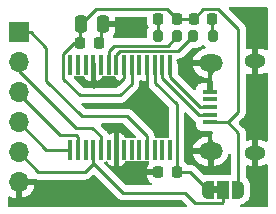
<source format=gbr>
%TF.GenerationSoftware,KiCad,Pcbnew,(5.99.0-10766-geeb405c196)*%
%TF.CreationDate,2021-06-27T17:30:59+04:00*%
%TF.ProjectId,FTDI_Basic_Breakout-3.3V,46544449-5f42-4617-9369-635f42726561,rev?*%
%TF.SameCoordinates,Original*%
%TF.FileFunction,Copper,L1,Top*%
%TF.FilePolarity,Positive*%
%FSLAX46Y46*%
G04 Gerber Fmt 4.6, Leading zero omitted, Abs format (unit mm)*
G04 Created by KiCad (PCBNEW (5.99.0-10766-geeb405c196)) date 2021-06-27 17:30:59*
%MOMM*%
%LPD*%
G01*
G04 APERTURE LIST*
G04 Aperture macros list*
%AMRoundRect*
0 Rectangle with rounded corners*
0 $1 Rounding radius*
0 $2 $3 $4 $5 $6 $7 $8 $9 X,Y pos of 4 corners*
0 Add a 4 corners polygon primitive as box body*
4,1,4,$2,$3,$4,$5,$6,$7,$8,$9,$2,$3,0*
0 Add four circle primitives for the rounded corners*
1,1,$1+$1,$2,$3*
1,1,$1+$1,$4,$5*
1,1,$1+$1,$6,$7*
1,1,$1+$1,$8,$9*
0 Add four rect primitives between the rounded corners*
20,1,$1+$1,$2,$3,$4,$5,0*
20,1,$1+$1,$4,$5,$6,$7,0*
20,1,$1+$1,$6,$7,$8,$9,0*
20,1,$1+$1,$8,$9,$2,$3,0*%
%AMFreePoly0*
4,1,22,0.550000,-0.750000,0.000000,-0.750000,0.000000,-0.745033,-0.079941,-0.743568,-0.215256,-0.701293,-0.333266,-0.622738,-0.424486,-0.514219,-0.481581,-0.384460,-0.499164,-0.250000,-0.500000,-0.250000,-0.500000,0.250000,-0.499164,0.250000,-0.499963,0.256109,-0.478152,0.396186,-0.417904,0.524511,-0.324060,0.630769,-0.204165,0.706417,-0.067858,0.745374,0.000000,0.744959,0.000000,0.750000,
0.550000,0.750000,0.550000,-0.750000,0.550000,-0.750000,$1*%
%AMFreePoly1*
4,1,20,0.000000,0.744959,0.073905,0.744508,0.209726,0.703889,0.328688,0.626782,0.421226,0.519385,0.479903,0.390333,0.500000,0.250000,0.500000,-0.250000,0.499851,-0.262216,0.476331,-0.402017,0.414519,-0.529596,0.319384,-0.634700,0.198574,-0.708877,0.061801,-0.746166,0.000000,-0.745033,0.000000,-0.750000,-0.550000,-0.750000,-0.550000,0.750000,0.000000,0.750000,0.000000,0.744959,
0.000000,0.744959,$1*%
G04 Aperture macros list end*
%TA.AperFunction,ComponentPad*%
%ADD10R,1.700000X1.700000*%
%TD*%
%TA.AperFunction,ComponentPad*%
%ADD11O,1.700000X1.700000*%
%TD*%
%TA.AperFunction,SMDPad,CuDef*%
%ADD12R,0.450000X1.750000*%
%TD*%
%TA.AperFunction,SMDPad,CuDef*%
%ADD13R,1.300000X0.450000*%
%TD*%
%TA.AperFunction,ComponentPad*%
%ADD14O,2.000000X1.450000*%
%TD*%
%TA.AperFunction,ComponentPad*%
%ADD15O,1.800000X1.150000*%
%TD*%
%TA.AperFunction,SMDPad,CuDef*%
%ADD16RoundRect,0.200000X-0.200000X-0.275000X0.200000X-0.275000X0.200000X0.275000X-0.200000X0.275000X0*%
%TD*%
%TA.AperFunction,SMDPad,CuDef*%
%ADD17RoundRect,0.250000X-0.250000X-0.475000X0.250000X-0.475000X0.250000X0.475000X-0.250000X0.475000X0*%
%TD*%
%TA.AperFunction,SMDPad,CuDef*%
%ADD18RoundRect,0.225000X-0.225000X-0.250000X0.225000X-0.250000X0.225000X0.250000X-0.225000X0.250000X0*%
%TD*%
%TA.AperFunction,SMDPad,CuDef*%
%ADD19FreePoly0,0.000000*%
%TD*%
%TA.AperFunction,SMDPad,CuDef*%
%ADD20R,1.000000X1.500000*%
%TD*%
%TA.AperFunction,SMDPad,CuDef*%
%ADD21FreePoly1,0.000000*%
%TD*%
%TA.AperFunction,SMDPad,CuDef*%
%ADD22RoundRect,0.200000X0.200000X0.275000X-0.200000X0.275000X-0.200000X-0.275000X0.200000X-0.275000X0*%
%TD*%
%TA.AperFunction,SMDPad,CuDef*%
%ADD23RoundRect,0.218750X-0.218750X-0.256250X0.218750X-0.256250X0.218750X0.256250X-0.218750X0.256250X0*%
%TD*%
%TA.AperFunction,SMDPad,CuDef*%
%ADD24RoundRect,0.218750X0.218750X0.256250X-0.218750X0.256250X-0.218750X-0.256250X0.218750X-0.256250X0*%
%TD*%
%TA.AperFunction,ViaPad*%
%ADD25C,0.800000*%
%TD*%
%TA.AperFunction,Conductor*%
%ADD26C,0.250000*%
%TD*%
G04 APERTURE END LIST*
%TO.C,JP1*%
G36*
X138300000Y-108300000D02*
G01*
X137800000Y-108300000D01*
X137800000Y-107700000D01*
X138300000Y-107700000D01*
X138300000Y-108300000D01*
G37*
%TD*%
D10*
%TO.P,J2,1,Pin_1*%
%TO.N,/CTS*%
X121400000Y-94675000D03*
D11*
%TO.P,J2,2,Pin_2*%
%TO.N,/RX*%
X121400000Y-97215000D03*
%TO.P,J2,3,Pin_3*%
%TO.N,/DTR*%
X121400000Y-99755000D03*
%TO.P,J2,4,Pin_4*%
%TO.N,/TX*%
X121400000Y-102295000D03*
%TO.P,J2,5,Pin_5*%
%TO.N,/VCCIO*%
X121400000Y-104835000D03*
%TO.P,J2,6,Pin_6*%
%TO.N,GND*%
X121400000Y-107375000D03*
%TD*%
D12*
%TO.P,U1,1,TXD*%
%TO.N,/TX*%
X125775000Y-104600000D03*
%TO.P,U1,2,DTR*%
%TO.N,/DTR*%
X126425000Y-104600000D03*
%TO.P,U1,3,RTS*%
%TO.N,unconnected-(U1-Pad3)*%
X127075000Y-104600000D03*
%TO.P,U1,4,VCCIO*%
%TO.N,/VCCIO*%
X127725000Y-104600000D03*
%TO.P,U1,5,RXD*%
%TO.N,/RX*%
X128375000Y-104600000D03*
%TO.P,U1,6,RI*%
%TO.N,unconnected-(U1-Pad6)*%
X129025000Y-104600000D03*
%TO.P,U1,7,GND*%
%TO.N,GND*%
X129675000Y-104600000D03*
%TO.P,U1,8*%
%TO.N,N/C*%
X130325000Y-104600000D03*
%TO.P,U1,9,DCR*%
%TO.N,unconnected-(U1-Pad9)*%
X130975000Y-104600000D03*
%TO.P,U1,10,DCD*%
%TO.N,unconnected-(U1-Pad10)*%
X131625000Y-104600000D03*
%TO.P,U1,11,CTS*%
%TO.N,/CTS*%
X132275000Y-104600000D03*
%TO.P,U1,12,CBUS4*%
%TO.N,unconnected-(U1-Pad12)*%
X132925000Y-104600000D03*
%TO.P,U1,13,CBUS2*%
%TO.N,unconnected-(U1-Pad13)*%
X133575000Y-104600000D03*
%TO.P,U1,14,CBUS3*%
%TO.N,unconnected-(U1-Pad14)*%
X134225000Y-104600000D03*
%TO.P,U1,15,USBD+*%
%TO.N,Net-(J1-Pad3)*%
X134225000Y-97400000D03*
%TO.P,U1,16,USBD-*%
%TO.N,Net-(J1-Pad2)*%
X133575000Y-97400000D03*
%TO.P,U1,17,3V3OUT*%
%TO.N,+3V3*%
X132925000Y-97400000D03*
%TO.P,U1,18,GND*%
%TO.N,GND*%
X132275000Y-97400000D03*
%TO.P,U1,19,~RESET~*%
%TO.N,unconnected-(U1-Pad19)*%
X131625000Y-97400000D03*
%TO.P,U1,20,VCC*%
%TO.N,+5V*%
X130975000Y-97400000D03*
%TO.P,U1,21,GND*%
%TO.N,GND*%
X130325000Y-97400000D03*
%TO.P,U1,22,CBUS1*%
%TO.N,/RX_LED*%
X129675000Y-97400000D03*
%TO.P,U1,23,CBUS0*%
%TO.N,/TX_LED*%
X129025000Y-97400000D03*
%TO.P,U1,24*%
%TO.N,N/C*%
X128375000Y-97400000D03*
%TO.P,U1,25,AGND*%
%TO.N,GND*%
X127725000Y-97400000D03*
%TO.P,U1,26,TEST*%
%TO.N,unconnected-(U1-Pad26)*%
X127075000Y-97400000D03*
%TO.P,U1,27,OSCI*%
%TO.N,unconnected-(U1-Pad27)*%
X126425000Y-97400000D03*
%TO.P,U1,28,OSCO*%
%TO.N,unconnected-(U1-Pad28)*%
X125775000Y-97400000D03*
%TD*%
D13*
%TO.P,J1,1,VBUS*%
%TO.N,+5V*%
X137600000Y-102300000D03*
%TO.P,J1,2,D-*%
%TO.N,Net-(J1-Pad2)*%
X137600000Y-101650000D03*
%TO.P,J1,3,D+*%
%TO.N,Net-(J1-Pad3)*%
X137600000Y-101000000D03*
%TO.P,J1,4,ID*%
%TO.N,unconnected-(J1-Pad4)*%
X137600000Y-100350000D03*
%TO.P,J1,5,GND*%
%TO.N,GND*%
X137600000Y-99700000D03*
D14*
%TO.P,J1,6,Shield*%
X137650000Y-97275000D03*
X137650000Y-104725000D03*
D15*
X141450000Y-104875000D03*
X141450000Y-97125000D03*
%TD*%
D16*
%TO.P,R2,1*%
%TO.N,/RX_LED*%
X136175000Y-95000000D03*
%TO.P,R2,2*%
%TO.N,Net-(D2-Pad1)*%
X137825000Y-95000000D03*
%TD*%
D17*
%TO.P,C2,1*%
%TO.N,+5V*%
X126650000Y-94000000D03*
%TO.P,C2,2*%
%TO.N,GND*%
X128550000Y-94000000D03*
%TD*%
D18*
%TO.P,C3,1*%
%TO.N,GND*%
X133225000Y-106500000D03*
%TO.P,C3,2*%
%TO.N,+3V3*%
X134775000Y-106500000D03*
%TD*%
D19*
%TO.P,JP1,1,A*%
%TO.N,+3V3*%
X137400000Y-108000000D03*
D20*
%TO.P,JP1,2,C*%
%TO.N,/VCCIO*%
X138700000Y-108000000D03*
D21*
%TO.P,JP1,3,B*%
%TO.N,+5V*%
X140000000Y-108000000D03*
%TD*%
D22*
%TO.P,R1,1*%
%TO.N,/TX_LED*%
X134825000Y-95000000D03*
%TO.P,R1,2*%
%TO.N,Net-(D1-Pad1)*%
X133175000Y-95000000D03*
%TD*%
D23*
%TO.P,D1,1,K*%
%TO.N,Net-(D1-Pad1)*%
X133212500Y-93500000D03*
%TO.P,D1,2,A*%
%TO.N,+5V*%
X134787500Y-93500000D03*
%TD*%
D18*
%TO.P,C1,1*%
%TO.N,+5V*%
X126625000Y-95600000D03*
%TO.P,C1,2*%
%TO.N,GND*%
X128175000Y-95600000D03*
%TD*%
D24*
%TO.P,D2,1,K*%
%TO.N,Net-(D2-Pad1)*%
X137787500Y-93500000D03*
%TO.P,D2,2,A*%
%TO.N,+5V*%
X136212500Y-93500000D03*
%TD*%
D25*
%TO.N,GND*%
X130200000Y-94000000D03*
X132200000Y-100400000D03*
X127800000Y-99000000D03*
X131250000Y-106500000D03*
%TD*%
D26*
%TO.N,+5V*%
X137012020Y-92700480D02*
X136212500Y-93500000D01*
X140000000Y-94400000D02*
X138300480Y-92700480D01*
X138300480Y-92700480D02*
X137012020Y-92700480D01*
X140000000Y-101400000D02*
X140000000Y-94400000D01*
X139100000Y-102300000D02*
X140000000Y-101400000D01*
X140000000Y-103200000D02*
X140000000Y-108000000D01*
X139100000Y-102300000D02*
X140000000Y-103200000D01*
X138500000Y-102300000D02*
X139100000Y-102300000D01*
%TO.N,GND*%
X128400000Y-94150000D02*
X128550000Y-94000000D01*
X128400000Y-95375000D02*
X128400000Y-94150000D01*
X128175000Y-95600000D02*
X128400000Y-95375000D01*
X128550000Y-94000000D02*
X130200000Y-94000000D01*
%TO.N,+5V*%
X130000000Y-100000000D02*
X130975000Y-99025000D01*
X126600000Y-100000000D02*
X130000000Y-100000000D01*
X125200000Y-98600000D02*
X126600000Y-100000000D01*
X125200000Y-96470880D02*
X125200000Y-98600000D01*
X126070880Y-95600000D02*
X125200000Y-96470880D01*
X126625000Y-95600000D02*
X126070880Y-95600000D01*
X130975000Y-99025000D02*
X130975000Y-97400000D01*
X126625000Y-94025000D02*
X126650000Y-94000000D01*
X126625000Y-95600000D02*
X126625000Y-94025000D01*
X133987980Y-92700480D02*
X127949520Y-92700480D01*
X134787500Y-93500000D02*
X133987980Y-92700480D01*
X127949520Y-92700480D02*
X126650000Y-94000000D01*
%TO.N,GND*%
X127725000Y-98925000D02*
X127800000Y-99000000D01*
X127725000Y-97400000D02*
X127725000Y-98925000D01*
X129850000Y-99000000D02*
X127800000Y-99000000D01*
X130325000Y-98525000D02*
X129850000Y-99000000D01*
X130325000Y-97400000D02*
X130325000Y-98525000D01*
X132275000Y-100325000D02*
X132200000Y-100400000D01*
X132275000Y-97400000D02*
X132275000Y-100325000D01*
%TO.N,+5V*%
X137600000Y-102300000D02*
X138500000Y-102300000D01*
X134787500Y-93500000D02*
X136212500Y-93500000D01*
%TO.N,/RX_LED*%
X134925000Y-96250000D02*
X136175000Y-95000000D01*
X129970880Y-96250000D02*
X134925000Y-96250000D01*
X129675000Y-96545880D02*
X129970880Y-96250000D01*
X129675000Y-97400000D02*
X129675000Y-96545880D01*
%TO.N,/TX_LED*%
X129025000Y-96275000D02*
X129025000Y-97400000D01*
X134025480Y-95799520D02*
X129500480Y-95799520D01*
X129500480Y-95799520D02*
X129025000Y-96275000D01*
X134825000Y-95000000D02*
X134025480Y-95799520D01*
%TO.N,Net-(D2-Pad1)*%
X137787500Y-94962500D02*
X137825000Y-95000000D01*
X137787500Y-93500000D02*
X137787500Y-94962500D01*
%TO.N,Net-(D1-Pad1)*%
X133212500Y-94962500D02*
X133175000Y-95000000D01*
X133212500Y-93500000D02*
X133212500Y-94962500D01*
%TO.N,GND*%
X130000000Y-106500000D02*
X131250000Y-106500000D01*
X129675000Y-106175000D02*
X130000000Y-106500000D01*
X129675000Y-104600000D02*
X129675000Y-106175000D01*
%TO.N,/CTS*%
X123750000Y-96000000D02*
X123750000Y-98750000D01*
X122425000Y-94675000D02*
X123750000Y-96000000D01*
X126750000Y-101750000D02*
X130550000Y-101750000D01*
X121400000Y-94675000D02*
X122425000Y-94675000D01*
X123750000Y-98750000D02*
X126750000Y-101750000D01*
X130550000Y-101750000D02*
X131050000Y-102250000D01*
%TO.N,/RX*%
X128375000Y-103475000D02*
X128375000Y-104600000D01*
X126250000Y-102750000D02*
X127650000Y-102750000D01*
X127650000Y-102750000D02*
X128375000Y-103475000D01*
X121400000Y-97900000D02*
X126250000Y-102750000D01*
X121400000Y-97215000D02*
X121400000Y-97900000D01*
%TO.N,/DTR*%
X121400000Y-99900000D02*
X121400000Y-99755000D01*
X126259609Y-103400489D02*
X124900489Y-103400489D01*
X126425000Y-103565880D02*
X126259609Y-103400489D01*
X124900489Y-103400489D02*
X121400000Y-99900000D01*
X126425000Y-104600000D02*
X126425000Y-103565880D01*
%TO.N,/CTS*%
X132275000Y-103475000D02*
X131050000Y-102250000D01*
X132275000Y-104600000D02*
X132275000Y-103475000D01*
%TO.N,/TX*%
X123705000Y-104600000D02*
X121400000Y-102295000D01*
X125775000Y-104600000D02*
X123705000Y-104600000D01*
%TO.N,/VCCIO*%
X127725000Y-105775000D02*
X127725000Y-105725000D01*
X127000000Y-106500000D02*
X127725000Y-105775000D01*
X121400000Y-104835000D02*
X123065000Y-106500000D01*
X123065000Y-106500000D02*
X127000000Y-106500000D01*
X130250000Y-108250000D02*
X127725000Y-105725000D01*
X136325648Y-109075648D02*
X135500000Y-108250000D01*
X135500000Y-108250000D02*
X130250000Y-108250000D01*
X138700000Y-109000000D02*
X138624352Y-109075648D01*
X138700000Y-108000000D02*
X138700000Y-109000000D01*
X127725000Y-105725000D02*
X127725000Y-104600000D01*
X138624352Y-109075648D02*
X136325648Y-109075648D01*
%TO.N,+3V3*%
X134775000Y-100775000D02*
X132925000Y-98925000D01*
X134775000Y-106500000D02*
X134775000Y-100775000D01*
X132925000Y-98925000D02*
X132925000Y-97400000D01*
X135900000Y-106500000D02*
X134775000Y-106500000D01*
X137400000Y-108000000D02*
X135900000Y-106500000D01*
%TO.N,Net-(J1-Pad2)*%
X133575000Y-98525000D02*
X133575000Y-97400000D01*
X137600000Y-101650000D02*
X136700000Y-101650000D01*
%TO.N,Net-(J1-Pad3)*%
X134225000Y-98448416D02*
X134225000Y-97400000D01*
%TO.N,Net-(J1-Pad2)*%
X136700000Y-101650000D02*
X133575000Y-98525000D01*
%TO.N,Net-(J1-Pad3)*%
X136776584Y-101000000D02*
X134225000Y-98448416D01*
X137600000Y-101000000D02*
X136776584Y-101000000D01*
%TD*%
%TA.AperFunction,Conductor*%
%TO.N,GND*%
G36*
X142434121Y-92528002D02*
G01*
X142480614Y-92581658D01*
X142492000Y-92634000D01*
X142492000Y-96067382D01*
X142471998Y-96135503D01*
X142418342Y-96181996D01*
X142348068Y-96192100D01*
X142297652Y-96173233D01*
X142280744Y-96162315D01*
X142270128Y-96156813D01*
X142089568Y-96084044D01*
X142078127Y-96080655D01*
X141885618Y-96043062D01*
X141877183Y-96042037D01*
X141875672Y-96042000D01*
X141722115Y-96042000D01*
X141706876Y-96046475D01*
X141705671Y-96047865D01*
X141704000Y-96055548D01*
X141704000Y-98189885D01*
X141708475Y-98205124D01*
X141709865Y-98206329D01*
X141717548Y-98208000D01*
X141824413Y-98208000D01*
X141830390Y-98207715D01*
X141974759Y-98193941D01*
X141986493Y-98191682D01*
X142173300Y-98136879D01*
X142184376Y-98132449D01*
X142308308Y-98068620D01*
X142378027Y-98055211D01*
X142443927Y-98081624D01*
X142485087Y-98139473D01*
X142492000Y-98180636D01*
X142492000Y-103817382D01*
X142471998Y-103885503D01*
X142418342Y-103931996D01*
X142348068Y-103942100D01*
X142297652Y-103923233D01*
X142280744Y-103912315D01*
X142270128Y-103906813D01*
X142089568Y-103834044D01*
X142078127Y-103830655D01*
X141885618Y-103793062D01*
X141877183Y-103792037D01*
X141875672Y-103792000D01*
X141722115Y-103792000D01*
X141706876Y-103796475D01*
X141705671Y-103797865D01*
X141704000Y-103805548D01*
X141704000Y-105939885D01*
X141708475Y-105955124D01*
X141709865Y-105956329D01*
X141717548Y-105958000D01*
X141824413Y-105958000D01*
X141830390Y-105957715D01*
X141974759Y-105943941D01*
X141986493Y-105941682D01*
X142173300Y-105886879D01*
X142184376Y-105882449D01*
X142308308Y-105818620D01*
X142378027Y-105805211D01*
X142443927Y-105831624D01*
X142485087Y-105889473D01*
X142492000Y-105930636D01*
X142492000Y-109366000D01*
X142471998Y-109434121D01*
X142418342Y-109480614D01*
X142366000Y-109492000D01*
X140238365Y-109492000D01*
X140170244Y-109471998D01*
X140123751Y-109418342D01*
X140113647Y-109348068D01*
X140143141Y-109283488D01*
X140205223Y-109244437D01*
X140234884Y-109236350D01*
X140335628Y-109208884D01*
X140416833Y-109173743D01*
X140465129Y-109152844D01*
X140465132Y-109152842D01*
X140469244Y-109151063D01*
X140591262Y-109076144D01*
X140594707Y-109073284D01*
X140594711Y-109073281D01*
X140699835Y-108986005D01*
X140699838Y-108986002D01*
X140703283Y-108983142D01*
X140799369Y-108876987D01*
X140801874Y-108873273D01*
X140801878Y-108873268D01*
X140878274Y-108760006D01*
X140878277Y-108760001D01*
X140880782Y-108756287D01*
X140892441Y-108732224D01*
X140941256Y-108631469D01*
X140943212Y-108627432D01*
X140944573Y-108623168D01*
X140944576Y-108623160D01*
X140986114Y-108493005D01*
X140986115Y-108493001D01*
X140987478Y-108488730D01*
X141011233Y-108347531D01*
X141018311Y-108268622D01*
X141018462Y-108256284D01*
X141013766Y-108184148D01*
X141013500Y-108175963D01*
X141013500Y-107827896D01*
X141014004Y-107816639D01*
X141018093Y-107771052D01*
X141018311Y-107768622D01*
X141018462Y-107756284D01*
X141013314Y-107677205D01*
X140993016Y-107535468D01*
X140952151Y-107395723D01*
X140925134Y-107336304D01*
X140894742Y-107269460D01*
X140894740Y-107269456D01*
X140892887Y-107265381D01*
X140871777Y-107232371D01*
X140816865Y-107146508D01*
X140814449Y-107142730D01*
X140720985Y-107034259D01*
X140676669Y-106995600D01*
X140638486Y-106935747D01*
X140633500Y-106900652D01*
X140633500Y-106031277D01*
X140653502Y-105963156D01*
X140707158Y-105916663D01*
X140777432Y-105906559D01*
X140806593Y-105914409D01*
X140810422Y-105915952D01*
X140821880Y-105919346D01*
X141014382Y-105956938D01*
X141022817Y-105957963D01*
X141024328Y-105958000D01*
X141177885Y-105958000D01*
X141193124Y-105953525D01*
X141194329Y-105952135D01*
X141196000Y-105944452D01*
X141196000Y-103810115D01*
X141191525Y-103794876D01*
X141190135Y-103793671D01*
X141182452Y-103792000D01*
X141075587Y-103792000D01*
X141069610Y-103792285D01*
X140925241Y-103806059D01*
X140913507Y-103808318D01*
X140794969Y-103843093D01*
X140723973Y-103843076D01*
X140664256Y-103804678D01*
X140634778Y-103740090D01*
X140633500Y-103722188D01*
X140633500Y-103278383D01*
X140634014Y-103267479D01*
X140635666Y-103260088D01*
X140634926Y-103236523D01*
X140633562Y-103193134D01*
X140633500Y-103189176D01*
X140633500Y-103160422D01*
X140632961Y-103156155D01*
X140632027Y-103144305D01*
X140630888Y-103108040D01*
X140630639Y-103100117D01*
X140624988Y-103080666D01*
X140620978Y-103061304D01*
X140619433Y-103049073D01*
X140618440Y-103041212D01*
X140604573Y-103006187D01*
X140602166Y-103000108D01*
X140598321Y-102988878D01*
X140588198Y-102954034D01*
X140588197Y-102954032D01*
X140585986Y-102946421D01*
X140575677Y-102928989D01*
X140566980Y-102911236D01*
X140562442Y-102899775D01*
X140559522Y-102892400D01*
X140533531Y-102856626D01*
X140527016Y-102846707D01*
X140507529Y-102813758D01*
X140507527Y-102813755D01*
X140504513Y-102808659D01*
X140504145Y-102808241D01*
X140490062Y-102794158D01*
X140477228Y-102779133D01*
X140465446Y-102762917D01*
X140431664Y-102734970D01*
X140422885Y-102726981D01*
X140084999Y-102389095D01*
X140050973Y-102326783D01*
X140056038Y-102255968D01*
X140084999Y-102210905D01*
X140392513Y-101903391D01*
X140400601Y-101896031D01*
X140406995Y-101891973D01*
X140452870Y-101843121D01*
X140455624Y-101840280D01*
X140475938Y-101819966D01*
X140478583Y-101816555D01*
X140486289Y-101807533D01*
X140511133Y-101781077D01*
X140516557Y-101775301D01*
X140520376Y-101768355D01*
X140526318Y-101757547D01*
X140537172Y-101741023D01*
X140544725Y-101731286D01*
X140544725Y-101731285D01*
X140549583Y-101725023D01*
X140567142Y-101684447D01*
X140572363Y-101673790D01*
X140576371Y-101666500D01*
X140593662Y-101635048D01*
X140595635Y-101627364D01*
X140598699Y-101615432D01*
X140605103Y-101596728D01*
X140609999Y-101585415D01*
X140610001Y-101585408D01*
X140613148Y-101578136D01*
X140616096Y-101559527D01*
X140620065Y-101534465D01*
X140622472Y-101522844D01*
X140631987Y-101485782D01*
X140631987Y-101485781D01*
X140633465Y-101480025D01*
X140633500Y-101479469D01*
X140633500Y-101459548D01*
X140635051Y-101439838D01*
X140636944Y-101427886D01*
X140636944Y-101427885D01*
X140638184Y-101420056D01*
X140634059Y-101376417D01*
X140633500Y-101364560D01*
X140633500Y-98281277D01*
X140653502Y-98213156D01*
X140707158Y-98166663D01*
X140777432Y-98156559D01*
X140806593Y-98164409D01*
X140810422Y-98165952D01*
X140821880Y-98169346D01*
X141014382Y-98206938D01*
X141022817Y-98207963D01*
X141024328Y-98208000D01*
X141177885Y-98208000D01*
X141193124Y-98203525D01*
X141194329Y-98202135D01*
X141196000Y-98194452D01*
X141196000Y-96060115D01*
X141191525Y-96044876D01*
X141190135Y-96043671D01*
X141182452Y-96042000D01*
X141075587Y-96042000D01*
X141069610Y-96042285D01*
X140925241Y-96056059D01*
X140913507Y-96058318D01*
X140794969Y-96093093D01*
X140723973Y-96093076D01*
X140664256Y-96054678D01*
X140634778Y-95990090D01*
X140633500Y-95972188D01*
X140633500Y-94478383D01*
X140634014Y-94467479D01*
X140635666Y-94460088D01*
X140633562Y-94393134D01*
X140633500Y-94389176D01*
X140633500Y-94360422D01*
X140632961Y-94356155D01*
X140632027Y-94344305D01*
X140630888Y-94308040D01*
X140630639Y-94300117D01*
X140624988Y-94280666D01*
X140620978Y-94261304D01*
X140620267Y-94255671D01*
X140618440Y-94241212D01*
X140602166Y-94200108D01*
X140598321Y-94188878D01*
X140588198Y-94154034D01*
X140588197Y-94154032D01*
X140585986Y-94146421D01*
X140575677Y-94128989D01*
X140566980Y-94111236D01*
X140562442Y-94099775D01*
X140559522Y-94092400D01*
X140533531Y-94056626D01*
X140527016Y-94046707D01*
X140507529Y-94013758D01*
X140507527Y-94013755D01*
X140504513Y-94008659D01*
X140504145Y-94008241D01*
X140490062Y-93994158D01*
X140477228Y-93979133D01*
X140465446Y-93962917D01*
X140431664Y-93934970D01*
X140422885Y-93926981D01*
X139218999Y-92723095D01*
X139184973Y-92660783D01*
X139190038Y-92589968D01*
X139232585Y-92533132D01*
X139299105Y-92508321D01*
X139308094Y-92508000D01*
X142366000Y-92508000D01*
X142434121Y-92528002D01*
G37*
%TD.AperFunction*%
%TA.AperFunction,Conductor*%
G36*
X127794032Y-106706038D02*
G01*
X127839095Y-106734999D01*
X129746609Y-108642513D01*
X129753969Y-108650601D01*
X129758027Y-108656995D01*
X129798436Y-108694941D01*
X129806878Y-108702869D01*
X129809720Y-108705624D01*
X129830034Y-108725938D01*
X129833445Y-108728583D01*
X129842465Y-108736287D01*
X129874699Y-108766557D01*
X129881643Y-108770374D01*
X129881645Y-108770376D01*
X129892453Y-108776318D01*
X129908977Y-108787172D01*
X129924977Y-108799583D01*
X129932248Y-108802730D01*
X129932249Y-108802730D01*
X129965551Y-108817141D01*
X129976207Y-108822362D01*
X130014952Y-108843662D01*
X130022635Y-108845634D01*
X130022636Y-108845635D01*
X130034568Y-108848699D01*
X130053272Y-108855103D01*
X130064585Y-108859999D01*
X130064592Y-108860001D01*
X130071864Y-108863148D01*
X130079688Y-108864387D01*
X130079691Y-108864388D01*
X130115535Y-108870065D01*
X130127156Y-108872472D01*
X130164218Y-108881987D01*
X130169975Y-108883465D01*
X130170531Y-108883500D01*
X130190452Y-108883500D01*
X130210162Y-108885051D01*
X130222114Y-108886944D01*
X130222115Y-108886944D01*
X130229944Y-108888184D01*
X130237836Y-108887438D01*
X130273582Y-108884059D01*
X130285440Y-108883500D01*
X135185406Y-108883500D01*
X135253527Y-108903502D01*
X135274501Y-108920405D01*
X135631001Y-109276905D01*
X135665027Y-109339217D01*
X135659962Y-109410032D01*
X135617415Y-109466868D01*
X135550895Y-109491679D01*
X135541906Y-109492000D01*
X120634000Y-109492000D01*
X120565879Y-109471998D01*
X120519386Y-109418342D01*
X120508000Y-109366000D01*
X120508000Y-108646599D01*
X120528002Y-108578478D01*
X120581658Y-108531985D01*
X120651932Y-108521881D01*
X120701421Y-108540155D01*
X120766122Y-108581136D01*
X120775567Y-108586053D01*
X120978406Y-108670694D01*
X120988545Y-108673950D01*
X121128345Y-108706096D01*
X121142422Y-108705257D01*
X121146000Y-108695999D01*
X121146000Y-107642548D01*
X121654000Y-107642548D01*
X121654000Y-108694941D01*
X121658151Y-108709079D01*
X121668798Y-108710774D01*
X121672192Y-108710096D01*
X121883333Y-108648954D01*
X121893259Y-108645143D01*
X122091065Y-108549307D01*
X122100212Y-108543876D01*
X122279041Y-108416083D01*
X122287149Y-108409182D01*
X122441893Y-108253082D01*
X122448706Y-108244933D01*
X122574940Y-108064988D01*
X122580295Y-108055787D01*
X122674399Y-107857156D01*
X122678123Y-107847197D01*
X122735968Y-107640718D01*
X122734430Y-107632351D01*
X122722137Y-107629000D01*
X121672115Y-107629000D01*
X121656876Y-107633475D01*
X121655671Y-107634865D01*
X121654000Y-107642548D01*
X121146000Y-107642548D01*
X121146000Y-107247000D01*
X121166002Y-107178879D01*
X121219658Y-107132386D01*
X121272000Y-107121000D01*
X122719079Y-107121000D01*
X122759871Y-107109022D01*
X122776601Y-107098270D01*
X122843440Y-107097125D01*
X122849579Y-107098701D01*
X122868271Y-107105102D01*
X122886865Y-107113148D01*
X122920278Y-107118440D01*
X122930531Y-107120064D01*
X122942154Y-107122471D01*
X122984975Y-107133465D01*
X122985531Y-107133500D01*
X123005447Y-107133500D01*
X123025157Y-107135051D01*
X123044945Y-107138185D01*
X123052837Y-107137439D01*
X123088593Y-107134059D01*
X123100451Y-107133500D01*
X126921616Y-107133500D01*
X126932520Y-107134014D01*
X126939911Y-107135666D01*
X126947837Y-107135417D01*
X126947838Y-107135417D01*
X127006866Y-107133562D01*
X127010823Y-107133500D01*
X127039578Y-107133500D01*
X127043845Y-107132961D01*
X127055687Y-107132028D01*
X127087335Y-107131033D01*
X127091960Y-107130888D01*
X127099883Y-107130639D01*
X127119334Y-107124988D01*
X127138695Y-107120978D01*
X127141420Y-107120634D01*
X127150930Y-107119433D01*
X127150933Y-107119432D01*
X127158788Y-107118440D01*
X127166153Y-107115524D01*
X127166157Y-107115523D01*
X127199901Y-107102163D01*
X127211130Y-107098318D01*
X127253578Y-107085986D01*
X127262567Y-107080670D01*
X127271011Y-107075677D01*
X127288762Y-107066981D01*
X127300226Y-107062442D01*
X127300229Y-107062440D01*
X127307600Y-107059522D01*
X127343368Y-107033535D01*
X127353291Y-107027016D01*
X127391341Y-107004514D01*
X127391759Y-107004145D01*
X127405842Y-106990062D01*
X127420867Y-106977228D01*
X127437083Y-106965446D01*
X127465030Y-106931664D01*
X127473019Y-106922885D01*
X127660905Y-106734999D01*
X127723217Y-106700973D01*
X127794032Y-106706038D01*
G37*
%TD.AperFunction*%
%TA.AperFunction,Conductor*%
G36*
X130303527Y-102403502D02*
G01*
X130324501Y-102420405D01*
X131310621Y-103406525D01*
X131344647Y-103468837D01*
X131339582Y-103539652D01*
X131297035Y-103596488D01*
X131230515Y-103621299D01*
X131209177Y-103621013D01*
X131206066Y-103620707D01*
X131200000Y-103619500D01*
X130750000Y-103619500D01*
X130709627Y-103627531D01*
X130699309Y-103634425D01*
X130698218Y-103634877D01*
X130627628Y-103642466D01*
X130601782Y-103634877D01*
X130600691Y-103634425D01*
X130590373Y-103627531D01*
X130550000Y-103619500D01*
X130492560Y-103619500D01*
X130424439Y-103599498D01*
X130377946Y-103545842D01*
X130371664Y-103528998D01*
X130369181Y-103520541D01*
X130361768Y-103504309D01*
X130292574Y-103396640D01*
X130280888Y-103383153D01*
X130184160Y-103299338D01*
X130169152Y-103289693D01*
X130052725Y-103236523D01*
X130035612Y-103231498D01*
X129917929Y-103214578D01*
X129903973Y-103216584D01*
X129900000Y-103230115D01*
X129900000Y-105969885D01*
X129904384Y-105984814D01*
X129915785Y-105986871D01*
X129966269Y-105983260D01*
X129979491Y-105980874D01*
X130104458Y-105944181D01*
X130120692Y-105936767D01*
X130228360Y-105867574D01*
X130241847Y-105855888D01*
X130325662Y-105759160D01*
X130335307Y-105744152D01*
X130376405Y-105654158D01*
X130422898Y-105600502D01*
X130491019Y-105580500D01*
X130550000Y-105580500D01*
X130590373Y-105572469D01*
X130600691Y-105565575D01*
X130601782Y-105565123D01*
X130672372Y-105557534D01*
X130698218Y-105565123D01*
X130699309Y-105565575D01*
X130709627Y-105572469D01*
X130750000Y-105580500D01*
X131200000Y-105580500D01*
X131240373Y-105572469D01*
X131250691Y-105565575D01*
X131251782Y-105565123D01*
X131322372Y-105557534D01*
X131348218Y-105565123D01*
X131349309Y-105565575D01*
X131359627Y-105572469D01*
X131400000Y-105580500D01*
X131850000Y-105580500D01*
X131890373Y-105572469D01*
X131900691Y-105565575D01*
X131901782Y-105565123D01*
X131972372Y-105557534D01*
X131998218Y-105565123D01*
X131999309Y-105565575D01*
X132009627Y-105572469D01*
X132050000Y-105580500D01*
X132331577Y-105580500D01*
X132399698Y-105600502D01*
X132446191Y-105654158D01*
X132456295Y-105724432D01*
X132423049Y-105793153D01*
X132414098Y-105802602D01*
X132405383Y-105814252D01*
X132326887Y-105949393D01*
X132321087Y-105962731D01*
X132275539Y-106113120D01*
X132273089Y-106125752D01*
X132267249Y-106191185D01*
X132267000Y-106196780D01*
X132267000Y-106227885D01*
X132271475Y-106243124D01*
X132272865Y-106244329D01*
X132280548Y-106246000D01*
X133353000Y-106246000D01*
X133421121Y-106266002D01*
X133467614Y-106319658D01*
X133479000Y-106372000D01*
X133479000Y-106628000D01*
X133458998Y-106696121D01*
X133405342Y-106742614D01*
X133353000Y-106754000D01*
X132285115Y-106754000D01*
X132269876Y-106758475D01*
X132268671Y-106759865D01*
X132267000Y-106767548D01*
X132267000Y-106789223D01*
X132267425Y-106796527D01*
X132280946Y-106912505D01*
X132284291Y-106926657D01*
X132337617Y-107073567D01*
X132344127Y-107086566D01*
X132429820Y-107217270D01*
X132439144Y-107228422D01*
X132552607Y-107335906D01*
X132564252Y-107344617D01*
X132627830Y-107381546D01*
X132676689Y-107433056D01*
X132689943Y-107502805D01*
X132663384Y-107568647D01*
X132605444Y-107609677D01*
X132564545Y-107616500D01*
X130564594Y-107616500D01*
X130496473Y-107596498D01*
X130475499Y-107579595D01*
X128894251Y-105998347D01*
X128892994Y-105996045D01*
X128887610Y-105991706D01*
X128689379Y-105793475D01*
X128655353Y-105731163D01*
X128660418Y-105660348D01*
X128702965Y-105603512D01*
X128769485Y-105578701D01*
X128790823Y-105578987D01*
X128793934Y-105579293D01*
X128800000Y-105580500D01*
X128857440Y-105580500D01*
X128925561Y-105600502D01*
X128972054Y-105654158D01*
X128978336Y-105671002D01*
X128980819Y-105679459D01*
X128988232Y-105695691D01*
X129057426Y-105803360D01*
X129069112Y-105816847D01*
X129165840Y-105900662D01*
X129180848Y-105910307D01*
X129297275Y-105963477D01*
X129314388Y-105968502D01*
X129432071Y-105985422D01*
X129446027Y-105983416D01*
X129450000Y-105969885D01*
X129450000Y-103230115D01*
X129445616Y-103215186D01*
X129434215Y-103213129D01*
X129383731Y-103216740D01*
X129370509Y-103219126D01*
X129245542Y-103255819D01*
X129229313Y-103263231D01*
X129155457Y-103310694D01*
X129087336Y-103330695D01*
X129019215Y-103310692D01*
X128972723Y-103257036D01*
X128966340Y-103239846D01*
X128963200Y-103229038D01*
X128963199Y-103229035D01*
X128960987Y-103221422D01*
X128950674Y-103203983D01*
X128941978Y-103186231D01*
X128937442Y-103174775D01*
X128934522Y-103167400D01*
X128908533Y-103131629D01*
X128902016Y-103121708D01*
X128889247Y-103100117D01*
X128879514Y-103083659D01*
X128879145Y-103083241D01*
X128865062Y-103069158D01*
X128852228Y-103054133D01*
X128840446Y-103037917D01*
X128806664Y-103009970D01*
X128797885Y-103001981D01*
X128394499Y-102598595D01*
X128360473Y-102536283D01*
X128365538Y-102465468D01*
X128408085Y-102408632D01*
X128474605Y-102383821D01*
X128483594Y-102383500D01*
X130235406Y-102383500D01*
X130303527Y-102403502D01*
G37*
%TD.AperFunction*%
%TA.AperFunction,Conductor*%
G36*
X135617012Y-101463371D02*
G01*
X135623595Y-101469500D01*
X136196618Y-102042523D01*
X136203969Y-102050601D01*
X136208027Y-102056995D01*
X136213806Y-102062422D01*
X136213807Y-102062423D01*
X136256862Y-102102854D01*
X136259704Y-102105609D01*
X136280033Y-102125938D01*
X136283453Y-102128590D01*
X136292476Y-102136297D01*
X136324699Y-102166557D01*
X136331643Y-102170374D01*
X136331648Y-102170378D01*
X136342450Y-102176316D01*
X136358977Y-102187172D01*
X136374977Y-102199583D01*
X136376531Y-102200256D01*
X136423091Y-102250119D01*
X136436500Y-102306682D01*
X136436500Y-102525000D01*
X136441727Y-102598079D01*
X136443631Y-102604562D01*
X136479576Y-102726981D01*
X136482904Y-102738316D01*
X136487775Y-102745895D01*
X136557051Y-102853691D01*
X136557053Y-102853694D01*
X136561923Y-102861271D01*
X136568733Y-102867172D01*
X136665569Y-102951082D01*
X136665572Y-102951084D01*
X136672381Y-102956984D01*
X136805330Y-103017700D01*
X136814245Y-103018982D01*
X136814246Y-103018982D01*
X136945552Y-103037861D01*
X136945559Y-103037862D01*
X136950000Y-103038500D01*
X137721277Y-103038500D01*
X137789398Y-103058502D01*
X137835891Y-103112158D01*
X137845995Y-103182432D01*
X137841110Y-103203436D01*
X137813084Y-103289693D01*
X137806462Y-103310073D01*
X137805772Y-103316636D01*
X137805772Y-103316637D01*
X137796325Y-103406525D01*
X137786500Y-103500000D01*
X137787190Y-103506565D01*
X137803598Y-103662673D01*
X137806462Y-103689927D01*
X137865476Y-103871554D01*
X137887120Y-103909042D01*
X137904000Y-103972040D01*
X137904000Y-105939885D01*
X137908475Y-105955124D01*
X137909865Y-105956329D01*
X137917548Y-105958000D01*
X137978221Y-105958000D01*
X137983816Y-105957751D01*
X138138636Y-105943933D01*
X138149650Y-105941951D01*
X138351121Y-105886835D01*
X138361594Y-105882941D01*
X138550131Y-105793013D01*
X138559746Y-105787327D01*
X138729376Y-105665436D01*
X138737842Y-105658128D01*
X138883204Y-105508127D01*
X138890234Y-105499445D01*
X139006742Y-105326063D01*
X139012121Y-105316278D01*
X139096082Y-105125009D01*
X139099647Y-105114417D01*
X139117981Y-105038049D01*
X139153333Y-104976480D01*
X139216360Y-104943797D01*
X139287051Y-104950378D01*
X139342962Y-104994132D01*
X139366500Y-105067463D01*
X139366500Y-106615027D01*
X139346498Y-106683148D01*
X139292842Y-106729641D01*
X139222567Y-106739744D01*
X139204457Y-106737140D01*
X139204446Y-106737139D01*
X139200000Y-106736500D01*
X138200000Y-106736500D01*
X138126921Y-106741727D01*
X138116500Y-106744787D01*
X138107015Y-106747572D01*
X138053588Y-106751393D01*
X137954448Y-106737139D01*
X137954441Y-106737138D01*
X137950000Y-106736500D01*
X137400000Y-106736500D01*
X137399542Y-106736533D01*
X137397341Y-106736565D01*
X137339090Y-106736209D01*
X137339084Y-106736209D01*
X137334603Y-106736182D01*
X137190353Y-106755941D01*
X137153922Y-106766353D01*
X137082929Y-106765841D01*
X137030203Y-106734299D01*
X136403391Y-106107487D01*
X136396031Y-106099399D01*
X136391973Y-106093005D01*
X136343121Y-106047130D01*
X136340280Y-106044376D01*
X136319966Y-106024062D01*
X136316555Y-106021417D01*
X136307533Y-106013711D01*
X136281077Y-105988867D01*
X136275301Y-105983443D01*
X136268357Y-105979626D01*
X136268355Y-105979624D01*
X136257547Y-105973682D01*
X136241023Y-105962828D01*
X136231286Y-105955275D01*
X136231285Y-105955275D01*
X136225023Y-105950417D01*
X136184447Y-105932858D01*
X136173790Y-105927637D01*
X136161843Y-105921069D01*
X136135048Y-105906338D01*
X136127365Y-105904366D01*
X136127364Y-105904365D01*
X136115432Y-105901301D01*
X136096728Y-105894897D01*
X136085415Y-105890001D01*
X136085408Y-105889999D01*
X136078136Y-105886852D01*
X136070312Y-105885613D01*
X136070309Y-105885612D01*
X136034465Y-105879935D01*
X136022844Y-105877528D01*
X135985782Y-105868013D01*
X135985781Y-105868013D01*
X135980025Y-105866535D01*
X135979469Y-105866500D01*
X135959548Y-105866500D01*
X135939838Y-105864949D01*
X135927886Y-105863056D01*
X135927885Y-105863056D01*
X135920056Y-105861816D01*
X135912164Y-105862562D01*
X135876418Y-105865941D01*
X135864560Y-105866500D01*
X135693753Y-105866500D01*
X135625632Y-105846498D01*
X135588381Y-105809585D01*
X135583784Y-105802574D01*
X135566551Y-105776289D01*
X135447847Y-105663840D01*
X135412149Y-105602471D01*
X135408500Y-105572367D01*
X135408500Y-104990679D01*
X136166601Y-104990679D01*
X136227123Y-105187405D01*
X136231344Y-105197751D01*
X136327151Y-105383373D01*
X136333136Y-105392804D01*
X136460296Y-105558521D01*
X136467860Y-105566747D01*
X136622353Y-105707325D01*
X136631264Y-105714088D01*
X136808201Y-105825080D01*
X136818171Y-105830161D01*
X137011973Y-105908069D01*
X137022672Y-105911300D01*
X137228182Y-105953858D01*
X137237321Y-105955061D01*
X137286467Y-105957895D01*
X137290113Y-105958000D01*
X137377885Y-105958000D01*
X137393124Y-105953525D01*
X137394329Y-105952135D01*
X137396000Y-105944452D01*
X137396000Y-104997115D01*
X137391525Y-104981876D01*
X137390135Y-104980671D01*
X137382452Y-104979000D01*
X136181757Y-104979000D01*
X136167777Y-104983105D01*
X136166601Y-104990679D01*
X135408500Y-104990679D01*
X135408500Y-104453384D01*
X136172072Y-104453384D01*
X136172777Y-104467470D01*
X136181656Y-104471000D01*
X137377885Y-104471000D01*
X137393124Y-104466525D01*
X137394329Y-104465135D01*
X137396000Y-104457452D01*
X137396000Y-103510115D01*
X137391525Y-103494876D01*
X137390135Y-103493671D01*
X137382452Y-103492000D01*
X137321779Y-103492000D01*
X137316184Y-103492249D01*
X137161364Y-103506067D01*
X137150350Y-103508049D01*
X136948879Y-103563165D01*
X136938406Y-103567059D01*
X136749869Y-103656987D01*
X136740254Y-103662673D01*
X136570624Y-103784564D01*
X136562158Y-103791872D01*
X136416796Y-103941873D01*
X136409766Y-103950555D01*
X136293258Y-104123937D01*
X136287879Y-104133722D01*
X136203918Y-104324991D01*
X136200353Y-104335583D01*
X136172072Y-104453384D01*
X135408500Y-104453384D01*
X135408500Y-101558595D01*
X135428502Y-101490474D01*
X135482158Y-101443981D01*
X135552432Y-101433877D01*
X135617012Y-101463371D01*
G37*
%TD.AperFunction*%
%TA.AperFunction,Conductor*%
G36*
X131786842Y-98713044D02*
G01*
X131897275Y-98763477D01*
X131914388Y-98768502D01*
X132045554Y-98787361D01*
X132054495Y-98788000D01*
X132164814Y-98788000D01*
X132232935Y-98808002D01*
X132279428Y-98861658D01*
X132290752Y-98910041D01*
X132291438Y-98931864D01*
X132291500Y-98935823D01*
X132291500Y-98964578D01*
X132291996Y-98968503D01*
X132291996Y-98968504D01*
X132292039Y-98968843D01*
X132292972Y-98980687D01*
X132294361Y-99024883D01*
X132296573Y-99032495D01*
X132300012Y-99044333D01*
X132304022Y-99063695D01*
X132306560Y-99083788D01*
X132309476Y-99091153D01*
X132309477Y-99091157D01*
X132322837Y-99124901D01*
X132326681Y-99136128D01*
X132339014Y-99178578D01*
X132343052Y-99185406D01*
X132349323Y-99196011D01*
X132358019Y-99213762D01*
X132362558Y-99225226D01*
X132365478Y-99232600D01*
X132379838Y-99252364D01*
X132391465Y-99268367D01*
X132397983Y-99278290D01*
X132420486Y-99316341D01*
X132420855Y-99316759D01*
X132434938Y-99330842D01*
X132447772Y-99345867D01*
X132459554Y-99362083D01*
X132484291Y-99382547D01*
X132493335Y-99390029D01*
X132502115Y-99398019D01*
X134104595Y-101000499D01*
X134138621Y-101062811D01*
X134141500Y-101089594D01*
X134141500Y-103493500D01*
X134121498Y-103561621D01*
X134067842Y-103608114D01*
X134015500Y-103619500D01*
X134000000Y-103619500D01*
X133959627Y-103627531D01*
X133949309Y-103634425D01*
X133948218Y-103634877D01*
X133877628Y-103642466D01*
X133851782Y-103634877D01*
X133850691Y-103634425D01*
X133840373Y-103627531D01*
X133800000Y-103619500D01*
X133350000Y-103619500D01*
X133309627Y-103627531D01*
X133299309Y-103634425D01*
X133298218Y-103634877D01*
X133227628Y-103642466D01*
X133201782Y-103634877D01*
X133200691Y-103634425D01*
X133190373Y-103627531D01*
X133150000Y-103619500D01*
X133035422Y-103619500D01*
X132967301Y-103599498D01*
X132920808Y-103545842D01*
X132909484Y-103497457D01*
X132909321Y-103492249D01*
X132908562Y-103468115D01*
X132908500Y-103464158D01*
X132908500Y-103435422D01*
X132907961Y-103431151D01*
X132907028Y-103419313D01*
X132906316Y-103396640D01*
X132905639Y-103375117D01*
X132899987Y-103355661D01*
X132895978Y-103336302D01*
X132894434Y-103324079D01*
X132894434Y-103324078D01*
X132893440Y-103316212D01*
X132878463Y-103278383D01*
X132877168Y-103275111D01*
X132873323Y-103263882D01*
X132863199Y-103229035D01*
X132863198Y-103229034D01*
X132860987Y-103221422D01*
X132850674Y-103203983D01*
X132841978Y-103186231D01*
X132837442Y-103174775D01*
X132834522Y-103167400D01*
X132808533Y-103131629D01*
X132802016Y-103121708D01*
X132789247Y-103100117D01*
X132779514Y-103083659D01*
X132779145Y-103083241D01*
X132765062Y-103069158D01*
X132752228Y-103054133D01*
X132740446Y-103037917D01*
X132706664Y-103009970D01*
X132697885Y-103001981D01*
X131053391Y-101357487D01*
X131046031Y-101349399D01*
X131041973Y-101343005D01*
X130993121Y-101297130D01*
X130990280Y-101294376D01*
X130969966Y-101274062D01*
X130966555Y-101271417D01*
X130957533Y-101263711D01*
X130931077Y-101238867D01*
X130925301Y-101233443D01*
X130918357Y-101229626D01*
X130918355Y-101229624D01*
X130907547Y-101223682D01*
X130891023Y-101212828D01*
X130881286Y-101205275D01*
X130881285Y-101205275D01*
X130875023Y-101200417D01*
X130834447Y-101182858D01*
X130823790Y-101177637D01*
X130785048Y-101156338D01*
X130777365Y-101154366D01*
X130777364Y-101154365D01*
X130765432Y-101151301D01*
X130746728Y-101144897D01*
X130735415Y-101140001D01*
X130735408Y-101139999D01*
X130728136Y-101136852D01*
X130720312Y-101135613D01*
X130720309Y-101135612D01*
X130684465Y-101129935D01*
X130672844Y-101127528D01*
X130635782Y-101118013D01*
X130635781Y-101118013D01*
X130630025Y-101116535D01*
X130629469Y-101116500D01*
X130609548Y-101116500D01*
X130589838Y-101114949D01*
X130577886Y-101113056D01*
X130577885Y-101113056D01*
X130570056Y-101111816D01*
X130562164Y-101112562D01*
X130526418Y-101115941D01*
X130514560Y-101116500D01*
X127064594Y-101116500D01*
X126996473Y-101096498D01*
X126975499Y-101079595D01*
X126744499Y-100848595D01*
X126710473Y-100786283D01*
X126715538Y-100715468D01*
X126758085Y-100658632D01*
X126824605Y-100633821D01*
X126833594Y-100633500D01*
X129921616Y-100633500D01*
X129932520Y-100634014D01*
X129939911Y-100635666D01*
X129947837Y-100635417D01*
X129947838Y-100635417D01*
X130006866Y-100633562D01*
X130010823Y-100633500D01*
X130039578Y-100633500D01*
X130043845Y-100632961D01*
X130055687Y-100632028D01*
X130087335Y-100631033D01*
X130091960Y-100630888D01*
X130099883Y-100630639D01*
X130119334Y-100624988D01*
X130138695Y-100620978D01*
X130141420Y-100620634D01*
X130150930Y-100619433D01*
X130150933Y-100619432D01*
X130158788Y-100618440D01*
X130166153Y-100615524D01*
X130166157Y-100615523D01*
X130199901Y-100602163D01*
X130211130Y-100598318D01*
X130253578Y-100585986D01*
X130264615Y-100579459D01*
X130271011Y-100575677D01*
X130288762Y-100566981D01*
X130300226Y-100562442D01*
X130300229Y-100562440D01*
X130307600Y-100559522D01*
X130343368Y-100533535D01*
X130353291Y-100527016D01*
X130391341Y-100504514D01*
X130391759Y-100504145D01*
X130405842Y-100490062D01*
X130420867Y-100477228D01*
X130437083Y-100465446D01*
X130465030Y-100431664D01*
X130473019Y-100422885D01*
X131367513Y-99528391D01*
X131375601Y-99521031D01*
X131381995Y-99516973D01*
X131427870Y-99468121D01*
X131430624Y-99465280D01*
X131450938Y-99444966D01*
X131453583Y-99441555D01*
X131461289Y-99432533D01*
X131486133Y-99406077D01*
X131491557Y-99400301D01*
X131495376Y-99393355D01*
X131501318Y-99382547D01*
X131512172Y-99366023D01*
X131519725Y-99356286D01*
X131519725Y-99356285D01*
X131524583Y-99350023D01*
X131542142Y-99309447D01*
X131547363Y-99298790D01*
X131551583Y-99291114D01*
X131568662Y-99260048D01*
X131570635Y-99252364D01*
X131573699Y-99240432D01*
X131580103Y-99221728D01*
X131584999Y-99210415D01*
X131585001Y-99210408D01*
X131588148Y-99203136D01*
X131590096Y-99190840D01*
X131595065Y-99159465D01*
X131597472Y-99147844D01*
X131606987Y-99110782D01*
X131606987Y-99110781D01*
X131608465Y-99105025D01*
X131608500Y-99104469D01*
X131608500Y-99084548D01*
X131610051Y-99064838D01*
X131611944Y-99052886D01*
X131611944Y-99052885D01*
X131613184Y-99045056D01*
X131609059Y-99001417D01*
X131608500Y-98989560D01*
X131608500Y-98827658D01*
X131628502Y-98759537D01*
X131682158Y-98713044D01*
X131752432Y-98702940D01*
X131786842Y-98713044D01*
G37*
%TD.AperFunction*%
%TA.AperFunction,Conductor*%
G36*
X137034316Y-95710517D02*
G01*
X137089218Y-95746004D01*
X137089796Y-95746846D01*
X137095466Y-95751898D01*
X137095468Y-95751900D01*
X137197987Y-95843241D01*
X137235543Y-95903491D01*
X137234563Y-95974481D01*
X137195358Y-96033671D01*
X137147416Y-96058851D01*
X136948879Y-96113165D01*
X136938406Y-96117059D01*
X136749869Y-96206987D01*
X136740254Y-96212673D01*
X136570624Y-96334564D01*
X136562158Y-96341872D01*
X136416796Y-96491873D01*
X136409766Y-96500555D01*
X136293258Y-96673937D01*
X136287879Y-96683722D01*
X136203919Y-96874988D01*
X136200353Y-96885583D01*
X136172072Y-97003384D01*
X136172777Y-97017470D01*
X136181656Y-97021000D01*
X137778000Y-97021000D01*
X137846121Y-97041002D01*
X137892614Y-97094658D01*
X137904000Y-97147000D01*
X137904000Y-98027960D01*
X137887120Y-98090958D01*
X137865476Y-98128446D01*
X137846772Y-98186012D01*
X137809388Y-98301069D01*
X137806462Y-98310073D01*
X137805772Y-98316636D01*
X137805772Y-98316637D01*
X137789548Y-98471002D01*
X137786500Y-98500000D01*
X137787190Y-98506565D01*
X137797364Y-98603360D01*
X137806462Y-98689927D01*
X137808502Y-98696205D01*
X137808502Y-98696206D01*
X137855664Y-98841356D01*
X137857691Y-98912324D01*
X137831057Y-98962803D01*
X137826671Y-98967864D01*
X137825000Y-98975548D01*
X137825000Y-99475000D01*
X137822979Y-99475000D01*
X137822979Y-99520999D01*
X137784595Y-99580725D01*
X137720014Y-99610218D01*
X137702083Y-99611500D01*
X137501000Y-99611500D01*
X137432879Y-99591498D01*
X137386386Y-99537842D01*
X137375000Y-99485500D01*
X137375000Y-98980115D01*
X137370525Y-98964876D01*
X137369135Y-98963671D01*
X137361452Y-98962000D01*
X136952257Y-98962000D01*
X136947750Y-98962161D01*
X136883731Y-98966740D01*
X136870509Y-98969126D01*
X136745542Y-99005819D01*
X136729308Y-99013233D01*
X136621640Y-99082426D01*
X136608153Y-99094112D01*
X136524338Y-99190840D01*
X136514693Y-99205848D01*
X136461523Y-99322275D01*
X136456498Y-99339388D01*
X136437000Y-99475000D01*
X136435958Y-99474850D01*
X136412843Y-99536816D01*
X136356005Y-99579359D01*
X136285189Y-99584420D01*
X136222884Y-99550396D01*
X134895405Y-98222917D01*
X134861379Y-98160605D01*
X134858500Y-98133822D01*
X134858500Y-97540679D01*
X136166601Y-97540679D01*
X136227123Y-97737405D01*
X136231344Y-97747751D01*
X136327151Y-97933373D01*
X136333136Y-97942804D01*
X136460296Y-98108521D01*
X136467860Y-98116747D01*
X136622353Y-98257325D01*
X136631264Y-98264088D01*
X136808201Y-98375080D01*
X136818171Y-98380161D01*
X137011973Y-98458069D01*
X137022672Y-98461300D01*
X137228182Y-98503858D01*
X137237321Y-98505061D01*
X137286467Y-98507895D01*
X137290113Y-98508000D01*
X137377885Y-98508000D01*
X137393124Y-98503525D01*
X137394329Y-98502135D01*
X137396000Y-98494452D01*
X137396000Y-97547115D01*
X137391525Y-97531876D01*
X137390135Y-97530671D01*
X137382452Y-97529000D01*
X136181757Y-97529000D01*
X136167777Y-97533105D01*
X136166601Y-97540679D01*
X134858500Y-97540679D01*
X134858500Y-97360422D01*
X134843440Y-97241212D01*
X134784522Y-97092400D01*
X134779863Y-97085988D01*
X134779860Y-97085982D01*
X134779347Y-97085276D01*
X134779116Y-97084629D01*
X134776042Y-97079037D01*
X134776944Y-97078541D01*
X134755488Y-97018408D01*
X134771567Y-96949257D01*
X134822481Y-96899776D01*
X134877324Y-96885276D01*
X134914601Y-96884105D01*
X134931867Y-96883562D01*
X134935823Y-96883500D01*
X134964578Y-96883500D01*
X134968845Y-96882961D01*
X134980687Y-96882028D01*
X135012335Y-96881033D01*
X135016960Y-96880888D01*
X135024883Y-96880639D01*
X135044334Y-96874988D01*
X135063695Y-96870978D01*
X135066420Y-96870634D01*
X135075930Y-96869433D01*
X135075933Y-96869432D01*
X135083788Y-96868440D01*
X135091153Y-96865524D01*
X135091157Y-96865523D01*
X135124901Y-96852163D01*
X135136130Y-96848318D01*
X135178578Y-96835986D01*
X135185406Y-96831948D01*
X135196011Y-96825677D01*
X135213762Y-96816981D01*
X135225226Y-96812442D01*
X135225229Y-96812440D01*
X135232600Y-96809522D01*
X135268368Y-96783535D01*
X135278291Y-96777016D01*
X135316341Y-96754514D01*
X135316759Y-96754145D01*
X135330842Y-96740062D01*
X135345867Y-96727228D01*
X135362083Y-96715446D01*
X135390030Y-96681664D01*
X135398019Y-96672885D01*
X136050499Y-96020405D01*
X136112811Y-95986379D01*
X136139594Y-95983500D01*
X136416317Y-95983500D01*
X136545194Y-95967904D01*
X136705562Y-95907306D01*
X136751820Y-95875514D01*
X136840587Y-95814506D01*
X136840589Y-95814505D01*
X136846846Y-95810204D01*
X136855850Y-95800099D01*
X136903076Y-95747093D01*
X136963326Y-95709537D01*
X137034316Y-95710517D01*
G37*
%TD.AperFunction*%
%TA.AperFunction,Conductor*%
G36*
X127892121Y-97195002D02*
G01*
X127938614Y-97248658D01*
X127950000Y-97301000D01*
X127950000Y-98769885D01*
X127954384Y-98784814D01*
X127965785Y-98786871D01*
X128016269Y-98783260D01*
X128029491Y-98780874D01*
X128154458Y-98744181D01*
X128170692Y-98736767D01*
X128278360Y-98667574D01*
X128291847Y-98655888D01*
X128375662Y-98559160D01*
X128385307Y-98544152D01*
X128426405Y-98454158D01*
X128472898Y-98400502D01*
X128541019Y-98380500D01*
X128600000Y-98380500D01*
X128640373Y-98372469D01*
X128650691Y-98365575D01*
X128651782Y-98365123D01*
X128722372Y-98357534D01*
X128748218Y-98365123D01*
X128749309Y-98365575D01*
X128759627Y-98372469D01*
X128800000Y-98380500D01*
X129250000Y-98380500D01*
X129290373Y-98372469D01*
X129300691Y-98365575D01*
X129301782Y-98365123D01*
X129372372Y-98357534D01*
X129398218Y-98365123D01*
X129399309Y-98365575D01*
X129409627Y-98372469D01*
X129450000Y-98380500D01*
X129507440Y-98380500D01*
X129575561Y-98400502D01*
X129622054Y-98454158D01*
X129628336Y-98471002D01*
X129630819Y-98479459D01*
X129638232Y-98495691D01*
X129707426Y-98603360D01*
X129719112Y-98616847D01*
X129815840Y-98700662D01*
X129830848Y-98710307D01*
X129947275Y-98763477D01*
X129964395Y-98768504D01*
X130039778Y-98779343D01*
X130104359Y-98808836D01*
X130142742Y-98868562D01*
X130142742Y-98939559D01*
X130110941Y-98993155D01*
X129774501Y-99329595D01*
X129712189Y-99363621D01*
X129685406Y-99366500D01*
X126914594Y-99366500D01*
X126846473Y-99346498D01*
X126825499Y-99329595D01*
X126089379Y-98593475D01*
X126055353Y-98531163D01*
X126060418Y-98460348D01*
X126102965Y-98403512D01*
X126169485Y-98378701D01*
X126190823Y-98378987D01*
X126193934Y-98379293D01*
X126200000Y-98380500D01*
X126650000Y-98380500D01*
X126690373Y-98372469D01*
X126700691Y-98365575D01*
X126701782Y-98365123D01*
X126772372Y-98357534D01*
X126798218Y-98365123D01*
X126799309Y-98365575D01*
X126809627Y-98372469D01*
X126850000Y-98380500D01*
X126907440Y-98380500D01*
X126975561Y-98400502D01*
X127022054Y-98454158D01*
X127028336Y-98471002D01*
X127030819Y-98479459D01*
X127038232Y-98495691D01*
X127107426Y-98603360D01*
X127119112Y-98616847D01*
X127215840Y-98700662D01*
X127230848Y-98710307D01*
X127347275Y-98763477D01*
X127364388Y-98768502D01*
X127482071Y-98785422D01*
X127496027Y-98783416D01*
X127500000Y-98769885D01*
X127500000Y-97301000D01*
X127520002Y-97232879D01*
X127573658Y-97186386D01*
X127626000Y-97175000D01*
X127824000Y-97175000D01*
X127892121Y-97195002D01*
G37*
%TD.AperFunction*%
%TA.AperFunction,Conductor*%
G36*
X132208621Y-93353982D02*
G01*
X132255114Y-93407638D01*
X132266500Y-93459980D01*
X132266500Y-93799135D01*
X132281140Y-93924704D01*
X132283636Y-93931581D01*
X132283637Y-93931584D01*
X132311462Y-94008241D01*
X132339006Y-94084122D01*
X132362827Y-94120455D01*
X132396060Y-94171144D01*
X132416683Y-94239080D01*
X132394154Y-94312135D01*
X132389110Y-94317796D01*
X132385558Y-94324505D01*
X132385557Y-94324506D01*
X132313770Y-94460088D01*
X132308890Y-94469304D01*
X132307039Y-94476673D01*
X132297607Y-94514223D01*
X132267126Y-94635575D01*
X132266763Y-94641338D01*
X132266763Y-94641341D01*
X132266625Y-94643530D01*
X132266624Y-94643546D01*
X132266500Y-94645525D01*
X132266500Y-95040020D01*
X132246498Y-95108141D01*
X132192842Y-95154634D01*
X132140500Y-95166020D01*
X129578863Y-95166020D01*
X129567959Y-95165506D01*
X129560568Y-95163854D01*
X129552642Y-95164103D01*
X129552641Y-95164103D01*
X129493614Y-95165958D01*
X129489656Y-95166020D01*
X129482242Y-95166020D01*
X129414121Y-95146018D01*
X129367628Y-95092362D01*
X129357524Y-95022088D01*
X129390769Y-94953367D01*
X129405922Y-94937371D01*
X129414635Y-94925724D01*
X129496043Y-94785571D01*
X129501837Y-94772246D01*
X129549068Y-94616300D01*
X129551516Y-94603677D01*
X129557751Y-94533816D01*
X129558000Y-94528221D01*
X129558000Y-94272115D01*
X129553525Y-94256876D01*
X129552135Y-94255671D01*
X129544452Y-94254000D01*
X128422000Y-94254000D01*
X128353879Y-94233998D01*
X128307386Y-94180342D01*
X128296000Y-94128000D01*
X128296000Y-93872000D01*
X128316002Y-93803879D01*
X128369658Y-93757386D01*
X128422000Y-93746000D01*
X129539885Y-93746000D01*
X129555124Y-93741525D01*
X129556329Y-93740135D01*
X129558000Y-93732452D01*
X129558000Y-93485777D01*
X129557576Y-93478473D01*
X129557120Y-93474564D01*
X129569103Y-93404586D01*
X129617016Y-93352195D01*
X129682273Y-93333980D01*
X132140500Y-93333980D01*
X132208621Y-93353982D01*
G37*
%TD.AperFunction*%
%TD*%
M02*

</source>
